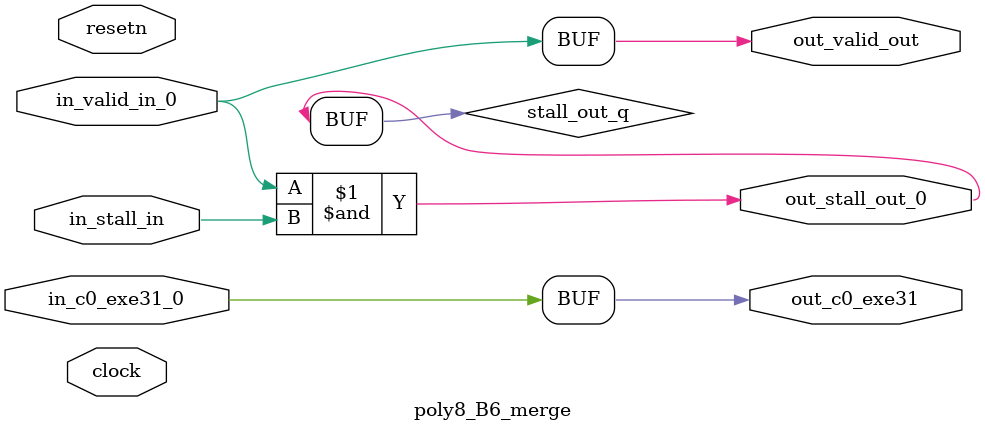
<source format=sv>



(* altera_attribute = "-name AUTO_SHIFT_REGISTER_RECOGNITION OFF; -name MESSAGE_DISABLE 10036; -name MESSAGE_DISABLE 10037; -name MESSAGE_DISABLE 14130; -name MESSAGE_DISABLE 14320; -name MESSAGE_DISABLE 15400; -name MESSAGE_DISABLE 14130; -name MESSAGE_DISABLE 10036; -name MESSAGE_DISABLE 12020; -name MESSAGE_DISABLE 12030; -name MESSAGE_DISABLE 12010; -name MESSAGE_DISABLE 12110; -name MESSAGE_DISABLE 14320; -name MESSAGE_DISABLE 13410; -name MESSAGE_DISABLE 113007; -name MESSAGE_DISABLE 10958" *)
module poly8_B6_merge (
    input wire [0:0] in_c0_exe31_0,
    input wire [0:0] in_stall_in,
    input wire [0:0] in_valid_in_0,
    output wire [0:0] out_c0_exe31,
    output wire [0:0] out_stall_out_0,
    output wire [0:0] out_valid_out,
    input wire clock,
    input wire resetn
    );

    wire [0:0] stall_out_q;


    // out_c0_exe31(GPOUT,5)
    assign out_c0_exe31 = in_c0_exe31_0;

    // stall_out(LOGICAL,8)
    assign stall_out_q = in_valid_in_0 & in_stall_in;

    // out_stall_out_0(GPOUT,6)
    assign out_stall_out_0 = stall_out_q;

    // out_valid_out(GPOUT,7)
    assign out_valid_out = in_valid_in_0;

endmodule

</source>
